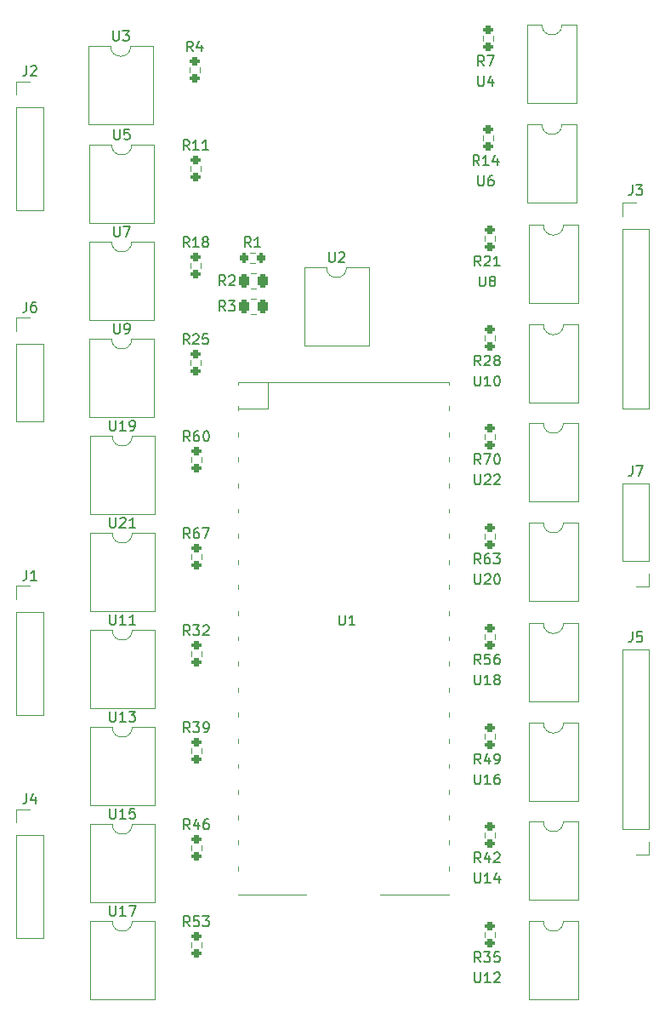
<source format=gto>
G04 #@! TF.GenerationSoftware,KiCad,Pcbnew,(6.0.0)*
G04 #@! TF.CreationDate,2022-08-19T14:16:46+02:00*
G04 #@! TF.ProjectId,top,746f702e-6b69-4636-9164-5f7063625858,rev?*
G04 #@! TF.SameCoordinates,Original*
G04 #@! TF.FileFunction,Legend,Top*
G04 #@! TF.FilePolarity,Positive*
%FSLAX46Y46*%
G04 Gerber Fmt 4.6, Leading zero omitted, Abs format (unit mm)*
G04 Created by KiCad (PCBNEW (6.0.0)) date 2022-08-19 14:16:46*
%MOMM*%
%LPD*%
G01*
G04 APERTURE LIST*
G04 Aperture macros list*
%AMRoundRect*
0 Rectangle with rounded corners*
0 $1 Rounding radius*
0 $2 $3 $4 $5 $6 $7 $8 $9 X,Y pos of 4 corners*
0 Add a 4 corners polygon primitive as box body*
4,1,4,$2,$3,$4,$5,$6,$7,$8,$9,$2,$3,0*
0 Add four circle primitives for the rounded corners*
1,1,$1+$1,$2,$3*
1,1,$1+$1,$4,$5*
1,1,$1+$1,$6,$7*
1,1,$1+$1,$8,$9*
0 Add four rect primitives between the rounded corners*
20,1,$1+$1,$2,$3,$4,$5,0*
20,1,$1+$1,$4,$5,$6,$7,0*
20,1,$1+$1,$6,$7,$8,$9,0*
20,1,$1+$1,$8,$9,$2,$3,0*%
G04 Aperture macros list end*
%ADD10C,0.150000*%
%ADD11C,0.120000*%
%ADD12R,2.000000X1.780000*%
%ADD13RoundRect,0.200000X0.275000X-0.200000X0.275000X0.200000X-0.275000X0.200000X-0.275000X-0.200000X0*%
%ADD14R,1.700000X1.700000*%
%ADD15O,1.700000X1.700000*%
%ADD16RoundRect,0.250000X-0.262500X-0.450000X0.262500X-0.450000X0.262500X0.450000X-0.262500X0.450000X0*%
%ADD17RoundRect,0.200000X0.200000X0.275000X-0.200000X0.275000X-0.200000X-0.275000X0.200000X-0.275000X0*%
G04 APERTURE END LIST*
D10*
X119573095Y-70782380D02*
X119573095Y-71591904D01*
X119620714Y-71687142D01*
X119668333Y-71734761D01*
X119763571Y-71782380D01*
X119954047Y-71782380D01*
X120049285Y-71734761D01*
X120096904Y-71687142D01*
X120144523Y-71591904D01*
X120144523Y-70782380D01*
X120525476Y-70782380D02*
X121192142Y-70782380D01*
X120763571Y-71782380D01*
X155805595Y-65746380D02*
X155805595Y-66555904D01*
X155853214Y-66651142D01*
X155900833Y-66698761D01*
X155996071Y-66746380D01*
X156186547Y-66746380D01*
X156281785Y-66698761D01*
X156329404Y-66651142D01*
X156377023Y-66555904D01*
X156377023Y-65746380D01*
X157281785Y-65746380D02*
X157091309Y-65746380D01*
X156996071Y-65794000D01*
X156948452Y-65841619D01*
X156853214Y-65984476D01*
X156805595Y-66174952D01*
X156805595Y-66555904D01*
X156853214Y-66651142D01*
X156900833Y-66698761D01*
X156996071Y-66746380D01*
X157186547Y-66746380D01*
X157281785Y-66698761D01*
X157329404Y-66651142D01*
X157377023Y-66555904D01*
X157377023Y-66317809D01*
X157329404Y-66222571D01*
X157281785Y-66174952D01*
X157186547Y-66127333D01*
X156996071Y-66127333D01*
X156900833Y-66174952D01*
X156853214Y-66222571D01*
X156805595Y-66317809D01*
X119573095Y-80434380D02*
X119573095Y-81243904D01*
X119620714Y-81339142D01*
X119668333Y-81386761D01*
X119763571Y-81434380D01*
X119954047Y-81434380D01*
X120049285Y-81386761D01*
X120096904Y-81339142D01*
X120144523Y-81243904D01*
X120144523Y-80434380D01*
X120668333Y-81434380D02*
X120858809Y-81434380D01*
X120954047Y-81386761D01*
X121001666Y-81339142D01*
X121096904Y-81196285D01*
X121144523Y-81005809D01*
X121144523Y-80624857D01*
X121096904Y-80529619D01*
X121049285Y-80482000D01*
X120954047Y-80434380D01*
X120763571Y-80434380D01*
X120668333Y-80482000D01*
X120620714Y-80529619D01*
X120573095Y-80624857D01*
X120573095Y-80862952D01*
X120620714Y-80958190D01*
X120668333Y-81005809D01*
X120763571Y-81053428D01*
X120954047Y-81053428D01*
X121049285Y-81005809D01*
X121096904Y-80958190D01*
X121144523Y-80862952D01*
X119573095Y-61130380D02*
X119573095Y-61939904D01*
X119620714Y-62035142D01*
X119668333Y-62082761D01*
X119763571Y-62130380D01*
X119954047Y-62130380D01*
X120049285Y-62082761D01*
X120096904Y-62035142D01*
X120144523Y-61939904D01*
X120144523Y-61130380D01*
X121096904Y-61130380D02*
X120620714Y-61130380D01*
X120573095Y-61606571D01*
X120620714Y-61558952D01*
X120715952Y-61511333D01*
X120954047Y-61511333D01*
X121049285Y-61558952D01*
X121096904Y-61606571D01*
X121144523Y-61701809D01*
X121144523Y-61939904D01*
X121096904Y-62035142D01*
X121049285Y-62082761D01*
X120954047Y-62130380D01*
X120715952Y-62130380D01*
X120620714Y-62082761D01*
X120573095Y-62035142D01*
X156075142Y-84629880D02*
X155741809Y-84153690D01*
X155503714Y-84629880D02*
X155503714Y-83629880D01*
X155884666Y-83629880D01*
X155979904Y-83677500D01*
X156027523Y-83725119D01*
X156075142Y-83820357D01*
X156075142Y-83963214D01*
X156027523Y-84058452D01*
X155979904Y-84106071D01*
X155884666Y-84153690D01*
X155503714Y-84153690D01*
X156456095Y-83725119D02*
X156503714Y-83677500D01*
X156598952Y-83629880D01*
X156837047Y-83629880D01*
X156932285Y-83677500D01*
X156979904Y-83725119D01*
X157027523Y-83820357D01*
X157027523Y-83915595D01*
X156979904Y-84058452D01*
X156408476Y-84629880D01*
X157027523Y-84629880D01*
X157598952Y-84058452D02*
X157503714Y-84010833D01*
X157456095Y-83963214D01*
X157408476Y-83867976D01*
X157408476Y-83820357D01*
X157456095Y-83725119D01*
X157503714Y-83677500D01*
X157598952Y-83629880D01*
X157789428Y-83629880D01*
X157884666Y-83677500D01*
X157932285Y-83725119D01*
X157979904Y-83820357D01*
X157979904Y-83867976D01*
X157932285Y-83963214D01*
X157884666Y-84010833D01*
X157789428Y-84058452D01*
X157598952Y-84058452D01*
X157503714Y-84106071D01*
X157456095Y-84153690D01*
X157408476Y-84248928D01*
X157408476Y-84439404D01*
X157456095Y-84534642D01*
X157503714Y-84582261D01*
X157598952Y-84629880D01*
X157789428Y-84629880D01*
X157884666Y-84582261D01*
X157932285Y-84534642D01*
X157979904Y-84439404D01*
X157979904Y-84248928D01*
X157932285Y-84153690D01*
X157884666Y-84106071D01*
X157789428Y-84058452D01*
X110854666Y-78310380D02*
X110854666Y-79024666D01*
X110807047Y-79167523D01*
X110711809Y-79262761D01*
X110568952Y-79310380D01*
X110473714Y-79310380D01*
X111759428Y-78310380D02*
X111568952Y-78310380D01*
X111473714Y-78358000D01*
X111426095Y-78405619D01*
X111330857Y-78548476D01*
X111283238Y-78738952D01*
X111283238Y-79119904D01*
X111330857Y-79215142D01*
X111378476Y-79262761D01*
X111473714Y-79310380D01*
X111664190Y-79310380D01*
X111759428Y-79262761D01*
X111807047Y-79215142D01*
X111854666Y-79119904D01*
X111854666Y-78881809D01*
X111807047Y-78786571D01*
X111759428Y-78738952D01*
X111664190Y-78691333D01*
X111473714Y-78691333D01*
X111378476Y-78738952D01*
X111330857Y-78786571D01*
X111283238Y-78881809D01*
X119157904Y-138346380D02*
X119157904Y-139155904D01*
X119205523Y-139251142D01*
X119253142Y-139298761D01*
X119348380Y-139346380D01*
X119538857Y-139346380D01*
X119634095Y-139298761D01*
X119681714Y-139251142D01*
X119729333Y-139155904D01*
X119729333Y-138346380D01*
X120729333Y-139346380D02*
X120157904Y-139346380D01*
X120443619Y-139346380D02*
X120443619Y-138346380D01*
X120348380Y-138489238D01*
X120253142Y-138584476D01*
X120157904Y-138632095D01*
X121062666Y-138346380D02*
X121729333Y-138346380D01*
X121300761Y-139346380D01*
X155479904Y-135088380D02*
X155479904Y-135897904D01*
X155527523Y-135993142D01*
X155575142Y-136040761D01*
X155670380Y-136088380D01*
X155860857Y-136088380D01*
X155956095Y-136040761D01*
X156003714Y-135993142D01*
X156051333Y-135897904D01*
X156051333Y-135088380D01*
X157051333Y-136088380D02*
X156479904Y-136088380D01*
X156765619Y-136088380D02*
X156765619Y-135088380D01*
X156670380Y-135231238D01*
X156575142Y-135326476D01*
X156479904Y-135374095D01*
X157908476Y-135421714D02*
X157908476Y-136088380D01*
X157670380Y-135040761D02*
X157432285Y-135755047D01*
X158051333Y-135755047D01*
X155924642Y-64714380D02*
X155591309Y-64238190D01*
X155353214Y-64714380D02*
X155353214Y-63714380D01*
X155734166Y-63714380D01*
X155829404Y-63762000D01*
X155877023Y-63809619D01*
X155924642Y-63904857D01*
X155924642Y-64047714D01*
X155877023Y-64142952D01*
X155829404Y-64190571D01*
X155734166Y-64238190D01*
X155353214Y-64238190D01*
X156877023Y-64714380D02*
X156305595Y-64714380D01*
X156591309Y-64714380D02*
X156591309Y-63714380D01*
X156496071Y-63857238D01*
X156400833Y-63952476D01*
X156305595Y-64000095D01*
X157734166Y-64047714D02*
X157734166Y-64714380D01*
X157496071Y-63666761D02*
X157257976Y-64381047D01*
X157877023Y-64381047D01*
X155479904Y-105370380D02*
X155479904Y-106179904D01*
X155527523Y-106275142D01*
X155575142Y-106322761D01*
X155670380Y-106370380D01*
X155860857Y-106370380D01*
X155956095Y-106322761D01*
X156003714Y-106275142D01*
X156051333Y-106179904D01*
X156051333Y-105370380D01*
X156479904Y-105465619D02*
X156527523Y-105418000D01*
X156622761Y-105370380D01*
X156860857Y-105370380D01*
X156956095Y-105418000D01*
X157003714Y-105465619D01*
X157051333Y-105560857D01*
X157051333Y-105656095D01*
X157003714Y-105798952D01*
X156432285Y-106370380D01*
X157051333Y-106370380D01*
X157670380Y-105370380D02*
X157765619Y-105370380D01*
X157860857Y-105418000D01*
X157908476Y-105465619D01*
X157956095Y-105560857D01*
X158003714Y-105751333D01*
X158003714Y-105989428D01*
X157956095Y-106179904D01*
X157908476Y-106275142D01*
X157860857Y-106322761D01*
X157765619Y-106370380D01*
X157670380Y-106370380D01*
X157575142Y-106322761D01*
X157527523Y-106275142D01*
X157479904Y-106179904D01*
X157432285Y-105989428D01*
X157432285Y-105751333D01*
X157479904Y-105560857D01*
X157527523Y-105465619D01*
X157575142Y-105418000D01*
X157670380Y-105370380D01*
X141986095Y-109442380D02*
X141986095Y-110251904D01*
X142033714Y-110347142D01*
X142081333Y-110394761D01*
X142176571Y-110442380D01*
X142367047Y-110442380D01*
X142462285Y-110394761D01*
X142509904Y-110347142D01*
X142557523Y-110251904D01*
X142557523Y-109442380D01*
X143557523Y-110442380D02*
X142986095Y-110442380D01*
X143271809Y-110442380D02*
X143271809Y-109442380D01*
X143176571Y-109585238D01*
X143081333Y-109680476D01*
X142986095Y-109728095D01*
X119157904Y-99738380D02*
X119157904Y-100547904D01*
X119205523Y-100643142D01*
X119253142Y-100690761D01*
X119348380Y-100738380D01*
X119538857Y-100738380D01*
X119634095Y-100690761D01*
X119681714Y-100643142D01*
X119729333Y-100547904D01*
X119729333Y-99738380D01*
X120157904Y-99833619D02*
X120205523Y-99786000D01*
X120300761Y-99738380D01*
X120538857Y-99738380D01*
X120634095Y-99786000D01*
X120681714Y-99833619D01*
X120729333Y-99928857D01*
X120729333Y-100024095D01*
X120681714Y-100166952D01*
X120110285Y-100738380D01*
X120729333Y-100738380D01*
X121681714Y-100738380D02*
X121110285Y-100738380D01*
X121396000Y-100738380D02*
X121396000Y-99738380D01*
X121300761Y-99881238D01*
X121205523Y-99976476D01*
X121110285Y-100024095D01*
X130643333Y-76652380D02*
X130310000Y-76176190D01*
X130071904Y-76652380D02*
X130071904Y-75652380D01*
X130452857Y-75652380D01*
X130548095Y-75700000D01*
X130595714Y-75747619D01*
X130643333Y-75842857D01*
X130643333Y-75985714D01*
X130595714Y-76080952D01*
X130548095Y-76128571D01*
X130452857Y-76176190D01*
X130071904Y-76176190D01*
X131024285Y-75747619D02*
X131071904Y-75700000D01*
X131167142Y-75652380D01*
X131405238Y-75652380D01*
X131500476Y-75700000D01*
X131548095Y-75747619D01*
X131595714Y-75842857D01*
X131595714Y-75938095D01*
X131548095Y-76080952D01*
X130976666Y-76652380D01*
X131595714Y-76652380D01*
X156400833Y-54808380D02*
X156067500Y-54332190D01*
X155829404Y-54808380D02*
X155829404Y-53808380D01*
X156210357Y-53808380D01*
X156305595Y-53856000D01*
X156353214Y-53903619D01*
X156400833Y-53998857D01*
X156400833Y-54141714D01*
X156353214Y-54236952D01*
X156305595Y-54284571D01*
X156210357Y-54332190D01*
X155829404Y-54332190D01*
X156734166Y-53808380D02*
X157400833Y-53808380D01*
X156972261Y-54808380D01*
X127058142Y-72842380D02*
X126724809Y-72366190D01*
X126486714Y-72842380D02*
X126486714Y-71842380D01*
X126867666Y-71842380D01*
X126962904Y-71890000D01*
X127010523Y-71937619D01*
X127058142Y-72032857D01*
X127058142Y-72175714D01*
X127010523Y-72270952D01*
X126962904Y-72318571D01*
X126867666Y-72366190D01*
X126486714Y-72366190D01*
X128010523Y-72842380D02*
X127439095Y-72842380D01*
X127724809Y-72842380D02*
X127724809Y-71842380D01*
X127629571Y-71985238D01*
X127534333Y-72080476D01*
X127439095Y-72128095D01*
X128581952Y-72270952D02*
X128486714Y-72223333D01*
X128439095Y-72175714D01*
X128391476Y-72080476D01*
X128391476Y-72032857D01*
X128439095Y-71937619D01*
X128486714Y-71890000D01*
X128581952Y-71842380D01*
X128772428Y-71842380D01*
X128867666Y-71890000D01*
X128915285Y-71937619D01*
X128962904Y-72032857D01*
X128962904Y-72080476D01*
X128915285Y-72175714D01*
X128867666Y-72223333D01*
X128772428Y-72270952D01*
X128581952Y-72270952D01*
X128486714Y-72318571D01*
X128439095Y-72366190D01*
X128391476Y-72461428D01*
X128391476Y-72651904D01*
X128439095Y-72747142D01*
X128486714Y-72794761D01*
X128581952Y-72842380D01*
X128772428Y-72842380D01*
X128867666Y-72794761D01*
X128915285Y-72747142D01*
X128962904Y-72651904D01*
X128962904Y-72461428D01*
X128915285Y-72366190D01*
X128867666Y-72318571D01*
X128772428Y-72270952D01*
X155479904Y-125285880D02*
X155479904Y-126095404D01*
X155527523Y-126190642D01*
X155575142Y-126238261D01*
X155670380Y-126285880D01*
X155860857Y-126285880D01*
X155956095Y-126238261D01*
X156003714Y-126190642D01*
X156051333Y-126095404D01*
X156051333Y-125285880D01*
X157051333Y-126285880D02*
X156479904Y-126285880D01*
X156765619Y-126285880D02*
X156765619Y-125285880D01*
X156670380Y-125428738D01*
X156575142Y-125523976D01*
X156479904Y-125571595D01*
X157908476Y-125285880D02*
X157718000Y-125285880D01*
X157622761Y-125333500D01*
X157575142Y-125381119D01*
X157479904Y-125523976D01*
X157432285Y-125714452D01*
X157432285Y-126095404D01*
X157479904Y-126190642D01*
X157527523Y-126238261D01*
X157622761Y-126285880D01*
X157813238Y-126285880D01*
X157908476Y-126238261D01*
X157956095Y-126190642D01*
X158003714Y-126095404D01*
X158003714Y-125857309D01*
X157956095Y-125762071D01*
X157908476Y-125714452D01*
X157813238Y-125666833D01*
X157622761Y-125666833D01*
X157527523Y-125714452D01*
X157479904Y-125762071D01*
X157432285Y-125857309D01*
X110854666Y-127205380D02*
X110854666Y-127919666D01*
X110807047Y-128062523D01*
X110711809Y-128157761D01*
X110568952Y-128205380D01*
X110473714Y-128205380D01*
X111759428Y-127538714D02*
X111759428Y-128205380D01*
X111521333Y-127157761D02*
X111283238Y-127872047D01*
X111902285Y-127872047D01*
X155805595Y-55840380D02*
X155805595Y-56649904D01*
X155853214Y-56745142D01*
X155900833Y-56792761D01*
X155996071Y-56840380D01*
X156186547Y-56840380D01*
X156281785Y-56792761D01*
X156329404Y-56745142D01*
X156377023Y-56649904D01*
X156377023Y-55840380D01*
X157281785Y-56173714D02*
X157281785Y-56840380D01*
X157043690Y-55792761D02*
X156805595Y-56507047D01*
X157424642Y-56507047D01*
X119157904Y-128694380D02*
X119157904Y-129503904D01*
X119205523Y-129599142D01*
X119253142Y-129646761D01*
X119348380Y-129694380D01*
X119538857Y-129694380D01*
X119634095Y-129646761D01*
X119681714Y-129599142D01*
X119729333Y-129503904D01*
X119729333Y-128694380D01*
X120729333Y-129694380D02*
X120157904Y-129694380D01*
X120443619Y-129694380D02*
X120443619Y-128694380D01*
X120348380Y-128837238D01*
X120253142Y-128932476D01*
X120157904Y-128980095D01*
X121634095Y-128694380D02*
X121157904Y-128694380D01*
X121110285Y-129170571D01*
X121157904Y-129122952D01*
X121253142Y-129075333D01*
X121491238Y-129075333D01*
X121586476Y-129122952D01*
X121634095Y-129170571D01*
X121681714Y-129265809D01*
X121681714Y-129503904D01*
X121634095Y-129599142D01*
X121586476Y-129646761D01*
X121491238Y-129694380D01*
X121253142Y-129694380D01*
X121157904Y-129646761D01*
X121110285Y-129599142D01*
X156075142Y-114347880D02*
X155741809Y-113871690D01*
X155503714Y-114347880D02*
X155503714Y-113347880D01*
X155884666Y-113347880D01*
X155979904Y-113395500D01*
X156027523Y-113443119D01*
X156075142Y-113538357D01*
X156075142Y-113681214D01*
X156027523Y-113776452D01*
X155979904Y-113824071D01*
X155884666Y-113871690D01*
X155503714Y-113871690D01*
X156979904Y-113347880D02*
X156503714Y-113347880D01*
X156456095Y-113824071D01*
X156503714Y-113776452D01*
X156598952Y-113728833D01*
X156837047Y-113728833D01*
X156932285Y-113776452D01*
X156979904Y-113824071D01*
X157027523Y-113919309D01*
X157027523Y-114157404D01*
X156979904Y-114252642D01*
X156932285Y-114300261D01*
X156837047Y-114347880D01*
X156598952Y-114347880D01*
X156503714Y-114300261D01*
X156456095Y-114252642D01*
X157884666Y-113347880D02*
X157694190Y-113347880D01*
X157598952Y-113395500D01*
X157551333Y-113443119D01*
X157456095Y-113585976D01*
X157408476Y-113776452D01*
X157408476Y-114157404D01*
X157456095Y-114252642D01*
X157503714Y-114300261D01*
X157598952Y-114347880D01*
X157789428Y-114347880D01*
X157884666Y-114300261D01*
X157932285Y-114252642D01*
X157979904Y-114157404D01*
X157979904Y-113919309D01*
X157932285Y-113824071D01*
X157884666Y-113776452D01*
X157789428Y-113728833D01*
X157598952Y-113728833D01*
X157503714Y-113776452D01*
X157456095Y-113824071D01*
X157408476Y-113919309D01*
X130643333Y-79192380D02*
X130310000Y-78716190D01*
X130071904Y-79192380D02*
X130071904Y-78192380D01*
X130452857Y-78192380D01*
X130548095Y-78240000D01*
X130595714Y-78287619D01*
X130643333Y-78382857D01*
X130643333Y-78525714D01*
X130595714Y-78620952D01*
X130548095Y-78668571D01*
X130452857Y-78716190D01*
X130071904Y-78716190D01*
X130976666Y-78192380D02*
X131595714Y-78192380D01*
X131262380Y-78573333D01*
X131405238Y-78573333D01*
X131500476Y-78620952D01*
X131548095Y-78668571D01*
X131595714Y-78763809D01*
X131595714Y-79001904D01*
X131548095Y-79097142D01*
X131500476Y-79144761D01*
X131405238Y-79192380D01*
X131119523Y-79192380D01*
X131024285Y-79144761D01*
X130976666Y-79097142D01*
X127119142Y-92146380D02*
X126785809Y-91670190D01*
X126547714Y-92146380D02*
X126547714Y-91146380D01*
X126928666Y-91146380D01*
X127023904Y-91194000D01*
X127071523Y-91241619D01*
X127119142Y-91336857D01*
X127119142Y-91479714D01*
X127071523Y-91574952D01*
X127023904Y-91622571D01*
X126928666Y-91670190D01*
X126547714Y-91670190D01*
X127976285Y-91146380D02*
X127785809Y-91146380D01*
X127690571Y-91194000D01*
X127642952Y-91241619D01*
X127547714Y-91384476D01*
X127500095Y-91574952D01*
X127500095Y-91955904D01*
X127547714Y-92051142D01*
X127595333Y-92098761D01*
X127690571Y-92146380D01*
X127881047Y-92146380D01*
X127976285Y-92098761D01*
X128023904Y-92051142D01*
X128071523Y-91955904D01*
X128071523Y-91717809D01*
X128023904Y-91622571D01*
X127976285Y-91574952D01*
X127881047Y-91527333D01*
X127690571Y-91527333D01*
X127595333Y-91574952D01*
X127547714Y-91622571D01*
X127500095Y-91717809D01*
X128690571Y-91146380D02*
X128785809Y-91146380D01*
X128881047Y-91194000D01*
X128928666Y-91241619D01*
X128976285Y-91336857D01*
X129023904Y-91527333D01*
X129023904Y-91765428D01*
X128976285Y-91955904D01*
X128928666Y-92051142D01*
X128881047Y-92098761D01*
X128785809Y-92146380D01*
X128690571Y-92146380D01*
X128595333Y-92098761D01*
X128547714Y-92051142D01*
X128500095Y-91955904D01*
X128452476Y-91765428D01*
X128452476Y-91527333D01*
X128500095Y-91336857D01*
X128547714Y-91241619D01*
X128595333Y-91194000D01*
X128690571Y-91146380D01*
X156075142Y-94432380D02*
X155741809Y-93956190D01*
X155503714Y-94432380D02*
X155503714Y-93432380D01*
X155884666Y-93432380D01*
X155979904Y-93480000D01*
X156027523Y-93527619D01*
X156075142Y-93622857D01*
X156075142Y-93765714D01*
X156027523Y-93860952D01*
X155979904Y-93908571D01*
X155884666Y-93956190D01*
X155503714Y-93956190D01*
X156408476Y-93432380D02*
X157075142Y-93432380D01*
X156646571Y-94432380D01*
X157646571Y-93432380D02*
X157741809Y-93432380D01*
X157837047Y-93480000D01*
X157884666Y-93527619D01*
X157932285Y-93622857D01*
X157979904Y-93813333D01*
X157979904Y-94051428D01*
X157932285Y-94241904D01*
X157884666Y-94337142D01*
X157837047Y-94384761D01*
X157741809Y-94432380D01*
X157646571Y-94432380D01*
X157551333Y-94384761D01*
X157503714Y-94337142D01*
X157456095Y-94241904D01*
X157408476Y-94051428D01*
X157408476Y-93813333D01*
X157456095Y-93622857D01*
X157503714Y-93527619D01*
X157551333Y-93480000D01*
X157646571Y-93432380D01*
X133183333Y-72842380D02*
X132850000Y-72366190D01*
X132611904Y-72842380D02*
X132611904Y-71842380D01*
X132992857Y-71842380D01*
X133088095Y-71890000D01*
X133135714Y-71937619D01*
X133183333Y-72032857D01*
X133183333Y-72175714D01*
X133135714Y-72270952D01*
X133088095Y-72318571D01*
X132992857Y-72366190D01*
X132611904Y-72366190D01*
X134135714Y-72842380D02*
X133564285Y-72842380D01*
X133850000Y-72842380D02*
X133850000Y-71842380D01*
X133754761Y-71985238D01*
X133659523Y-72080476D01*
X133564285Y-72128095D01*
X156075142Y-74723880D02*
X155741809Y-74247690D01*
X155503714Y-74723880D02*
X155503714Y-73723880D01*
X155884666Y-73723880D01*
X155979904Y-73771500D01*
X156027523Y-73819119D01*
X156075142Y-73914357D01*
X156075142Y-74057214D01*
X156027523Y-74152452D01*
X155979904Y-74200071D01*
X155884666Y-74247690D01*
X155503714Y-74247690D01*
X156456095Y-73819119D02*
X156503714Y-73771500D01*
X156598952Y-73723880D01*
X156837047Y-73723880D01*
X156932285Y-73771500D01*
X156979904Y-73819119D01*
X157027523Y-73914357D01*
X157027523Y-74009595D01*
X156979904Y-74152452D01*
X156408476Y-74723880D01*
X157027523Y-74723880D01*
X157979904Y-74723880D02*
X157408476Y-74723880D01*
X157694190Y-74723880D02*
X157694190Y-73723880D01*
X157598952Y-73866738D01*
X157503714Y-73961976D01*
X157408476Y-74009595D01*
X140970095Y-73322380D02*
X140970095Y-74131904D01*
X141017714Y-74227142D01*
X141065333Y-74274761D01*
X141160571Y-74322380D01*
X141351047Y-74322380D01*
X141446285Y-74274761D01*
X141493904Y-74227142D01*
X141541523Y-74131904D01*
X141541523Y-73322380D01*
X141970095Y-73417619D02*
X142017714Y-73370000D01*
X142112952Y-73322380D01*
X142351047Y-73322380D01*
X142446285Y-73370000D01*
X142493904Y-73417619D01*
X142541523Y-73512857D01*
X142541523Y-73608095D01*
X142493904Y-73750952D01*
X141922476Y-74322380D01*
X142541523Y-74322380D01*
X156075142Y-104338380D02*
X155741809Y-103862190D01*
X155503714Y-104338380D02*
X155503714Y-103338380D01*
X155884666Y-103338380D01*
X155979904Y-103386000D01*
X156027523Y-103433619D01*
X156075142Y-103528857D01*
X156075142Y-103671714D01*
X156027523Y-103766952D01*
X155979904Y-103814571D01*
X155884666Y-103862190D01*
X155503714Y-103862190D01*
X156932285Y-103338380D02*
X156741809Y-103338380D01*
X156646571Y-103386000D01*
X156598952Y-103433619D01*
X156503714Y-103576476D01*
X156456095Y-103766952D01*
X156456095Y-104147904D01*
X156503714Y-104243142D01*
X156551333Y-104290761D01*
X156646571Y-104338380D01*
X156837047Y-104338380D01*
X156932285Y-104290761D01*
X156979904Y-104243142D01*
X157027523Y-104147904D01*
X157027523Y-103909809D01*
X156979904Y-103814571D01*
X156932285Y-103766952D01*
X156837047Y-103719333D01*
X156646571Y-103719333D01*
X156551333Y-103766952D01*
X156503714Y-103814571D01*
X156456095Y-103909809D01*
X157360857Y-103338380D02*
X157979904Y-103338380D01*
X157646571Y-103719333D01*
X157789428Y-103719333D01*
X157884666Y-103766952D01*
X157932285Y-103814571D01*
X157979904Y-103909809D01*
X157979904Y-104147904D01*
X157932285Y-104243142D01*
X157884666Y-104290761D01*
X157789428Y-104338380D01*
X157503714Y-104338380D01*
X157408476Y-104290761D01*
X157360857Y-104243142D01*
X155956095Y-75755880D02*
X155956095Y-76565404D01*
X156003714Y-76660642D01*
X156051333Y-76708261D01*
X156146571Y-76755880D01*
X156337047Y-76755880D01*
X156432285Y-76708261D01*
X156479904Y-76660642D01*
X156527523Y-76565404D01*
X156527523Y-75755880D01*
X157146571Y-76184452D02*
X157051333Y-76136833D01*
X157003714Y-76089214D01*
X156956095Y-75993976D01*
X156956095Y-75946357D01*
X157003714Y-75851119D01*
X157051333Y-75803500D01*
X157146571Y-75755880D01*
X157337047Y-75755880D01*
X157432285Y-75803500D01*
X157479904Y-75851119D01*
X157527523Y-75946357D01*
X157527523Y-75993976D01*
X157479904Y-76089214D01*
X157432285Y-76136833D01*
X157337047Y-76184452D01*
X157146571Y-76184452D01*
X157051333Y-76232071D01*
X157003714Y-76279690D01*
X156956095Y-76374928D01*
X156956095Y-76565404D01*
X157003714Y-76660642D01*
X157051333Y-76708261D01*
X157146571Y-76755880D01*
X157337047Y-76755880D01*
X157432285Y-76708261D01*
X157479904Y-76660642D01*
X157527523Y-76565404D01*
X157527523Y-76374928D01*
X157479904Y-76279690D01*
X157432285Y-76232071D01*
X157337047Y-76184452D01*
X127058142Y-82494380D02*
X126724809Y-82018190D01*
X126486714Y-82494380D02*
X126486714Y-81494380D01*
X126867666Y-81494380D01*
X126962904Y-81542000D01*
X127010523Y-81589619D01*
X127058142Y-81684857D01*
X127058142Y-81827714D01*
X127010523Y-81922952D01*
X126962904Y-81970571D01*
X126867666Y-82018190D01*
X126486714Y-82018190D01*
X127439095Y-81589619D02*
X127486714Y-81542000D01*
X127581952Y-81494380D01*
X127820047Y-81494380D01*
X127915285Y-81542000D01*
X127962904Y-81589619D01*
X128010523Y-81684857D01*
X128010523Y-81780095D01*
X127962904Y-81922952D01*
X127391476Y-82494380D01*
X128010523Y-82494380D01*
X128915285Y-81494380D02*
X128439095Y-81494380D01*
X128391476Y-81970571D01*
X128439095Y-81922952D01*
X128534333Y-81875333D01*
X128772428Y-81875333D01*
X128867666Y-81922952D01*
X128915285Y-81970571D01*
X128962904Y-82065809D01*
X128962904Y-82303904D01*
X128915285Y-82399142D01*
X128867666Y-82446761D01*
X128772428Y-82494380D01*
X128534333Y-82494380D01*
X128439095Y-82446761D01*
X128391476Y-82399142D01*
X127058142Y-63190380D02*
X126724809Y-62714190D01*
X126486714Y-63190380D02*
X126486714Y-62190380D01*
X126867666Y-62190380D01*
X126962904Y-62238000D01*
X127010523Y-62285619D01*
X127058142Y-62380857D01*
X127058142Y-62523714D01*
X127010523Y-62618952D01*
X126962904Y-62666571D01*
X126867666Y-62714190D01*
X126486714Y-62714190D01*
X128010523Y-63190380D02*
X127439095Y-63190380D01*
X127724809Y-63190380D02*
X127724809Y-62190380D01*
X127629571Y-62333238D01*
X127534333Y-62428476D01*
X127439095Y-62476095D01*
X128962904Y-63190380D02*
X128391476Y-63190380D01*
X128677190Y-63190380D02*
X128677190Y-62190380D01*
X128581952Y-62333238D01*
X128486714Y-62428476D01*
X128391476Y-62476095D01*
X127119142Y-130754380D02*
X126785809Y-130278190D01*
X126547714Y-130754380D02*
X126547714Y-129754380D01*
X126928666Y-129754380D01*
X127023904Y-129802000D01*
X127071523Y-129849619D01*
X127119142Y-129944857D01*
X127119142Y-130087714D01*
X127071523Y-130182952D01*
X127023904Y-130230571D01*
X126928666Y-130278190D01*
X126547714Y-130278190D01*
X127976285Y-130087714D02*
X127976285Y-130754380D01*
X127738190Y-129706761D02*
X127500095Y-130421047D01*
X128119142Y-130421047D01*
X128928666Y-129754380D02*
X128738190Y-129754380D01*
X128642952Y-129802000D01*
X128595333Y-129849619D01*
X128500095Y-129992476D01*
X128452476Y-130182952D01*
X128452476Y-130563904D01*
X128500095Y-130659142D01*
X128547714Y-130706761D01*
X128642952Y-130754380D01*
X128833428Y-130754380D01*
X128928666Y-130706761D01*
X128976285Y-130659142D01*
X129023904Y-130563904D01*
X129023904Y-130325809D01*
X128976285Y-130230571D01*
X128928666Y-130182952D01*
X128833428Y-130135333D01*
X128642952Y-130135333D01*
X128547714Y-130182952D01*
X128500095Y-130230571D01*
X128452476Y-130325809D01*
X127436833Y-53379880D02*
X127103500Y-52903690D01*
X126865404Y-53379880D02*
X126865404Y-52379880D01*
X127246357Y-52379880D01*
X127341595Y-52427500D01*
X127389214Y-52475119D01*
X127436833Y-52570357D01*
X127436833Y-52713214D01*
X127389214Y-52808452D01*
X127341595Y-52856071D01*
X127246357Y-52903690D01*
X126865404Y-52903690D01*
X128293976Y-52713214D02*
X128293976Y-53379880D01*
X128055880Y-52332261D02*
X127817785Y-53046547D01*
X128436833Y-53046547D01*
X171179666Y-66670380D02*
X171179666Y-67384666D01*
X171132047Y-67527523D01*
X171036809Y-67622761D01*
X170893952Y-67670380D01*
X170798714Y-67670380D01*
X171560619Y-66670380D02*
X172179666Y-66670380D01*
X171846333Y-67051333D01*
X171989190Y-67051333D01*
X172084428Y-67098952D01*
X172132047Y-67146571D01*
X172179666Y-67241809D01*
X172179666Y-67479904D01*
X172132047Y-67575142D01*
X172084428Y-67622761D01*
X171989190Y-67670380D01*
X171703476Y-67670380D01*
X171608238Y-67622761D01*
X171560619Y-67575142D01*
X156075142Y-124253880D02*
X155741809Y-123777690D01*
X155503714Y-124253880D02*
X155503714Y-123253880D01*
X155884666Y-123253880D01*
X155979904Y-123301500D01*
X156027523Y-123349119D01*
X156075142Y-123444357D01*
X156075142Y-123587214D01*
X156027523Y-123682452D01*
X155979904Y-123730071D01*
X155884666Y-123777690D01*
X155503714Y-123777690D01*
X156932285Y-123587214D02*
X156932285Y-124253880D01*
X156694190Y-123206261D02*
X156456095Y-123920547D01*
X157075142Y-123920547D01*
X157503714Y-124253880D02*
X157694190Y-124253880D01*
X157789428Y-124206261D01*
X157837047Y-124158642D01*
X157932285Y-124015785D01*
X157979904Y-123825309D01*
X157979904Y-123444357D01*
X157932285Y-123349119D01*
X157884666Y-123301500D01*
X157789428Y-123253880D01*
X157598952Y-123253880D01*
X157503714Y-123301500D01*
X157456095Y-123349119D01*
X157408476Y-123444357D01*
X157408476Y-123682452D01*
X157456095Y-123777690D01*
X157503714Y-123825309D01*
X157598952Y-123872928D01*
X157789428Y-123872928D01*
X157884666Y-123825309D01*
X157932285Y-123777690D01*
X157979904Y-123682452D01*
X155479904Y-144994380D02*
X155479904Y-145803904D01*
X155527523Y-145899142D01*
X155575142Y-145946761D01*
X155670380Y-145994380D01*
X155860857Y-145994380D01*
X155956095Y-145946761D01*
X156003714Y-145899142D01*
X156051333Y-145803904D01*
X156051333Y-144994380D01*
X157051333Y-145994380D02*
X156479904Y-145994380D01*
X156765619Y-145994380D02*
X156765619Y-144994380D01*
X156670380Y-145137238D01*
X156575142Y-145232476D01*
X156479904Y-145280095D01*
X157432285Y-145089619D02*
X157479904Y-145042000D01*
X157575142Y-144994380D01*
X157813238Y-144994380D01*
X157908476Y-145042000D01*
X157956095Y-145089619D01*
X158003714Y-145184857D01*
X158003714Y-145280095D01*
X157956095Y-145422952D01*
X157384666Y-145994380D01*
X158003714Y-145994380D01*
X171179666Y-111120380D02*
X171179666Y-111834666D01*
X171132047Y-111977523D01*
X171036809Y-112072761D01*
X170893952Y-112120380D01*
X170798714Y-112120380D01*
X172132047Y-111120380D02*
X171655857Y-111120380D01*
X171608238Y-111596571D01*
X171655857Y-111548952D01*
X171751095Y-111501333D01*
X171989190Y-111501333D01*
X172084428Y-111548952D01*
X172132047Y-111596571D01*
X172179666Y-111691809D01*
X172179666Y-111929904D01*
X172132047Y-112025142D01*
X172084428Y-112072761D01*
X171989190Y-112120380D01*
X171751095Y-112120380D01*
X171655857Y-112072761D01*
X171608238Y-112025142D01*
X155479904Y-115379880D02*
X155479904Y-116189404D01*
X155527523Y-116284642D01*
X155575142Y-116332261D01*
X155670380Y-116379880D01*
X155860857Y-116379880D01*
X155956095Y-116332261D01*
X156003714Y-116284642D01*
X156051333Y-116189404D01*
X156051333Y-115379880D01*
X157051333Y-116379880D02*
X156479904Y-116379880D01*
X156765619Y-116379880D02*
X156765619Y-115379880D01*
X156670380Y-115522738D01*
X156575142Y-115617976D01*
X156479904Y-115665595D01*
X157622761Y-115808452D02*
X157527523Y-115760833D01*
X157479904Y-115713214D01*
X157432285Y-115617976D01*
X157432285Y-115570357D01*
X157479904Y-115475119D01*
X157527523Y-115427500D01*
X157622761Y-115379880D01*
X157813238Y-115379880D01*
X157908476Y-115427500D01*
X157956095Y-115475119D01*
X158003714Y-115570357D01*
X158003714Y-115617976D01*
X157956095Y-115713214D01*
X157908476Y-115760833D01*
X157813238Y-115808452D01*
X157622761Y-115808452D01*
X157527523Y-115856071D01*
X157479904Y-115903690D01*
X157432285Y-115998928D01*
X157432285Y-116189404D01*
X157479904Y-116284642D01*
X157527523Y-116332261D01*
X157622761Y-116379880D01*
X157813238Y-116379880D01*
X157908476Y-116332261D01*
X157956095Y-116284642D01*
X158003714Y-116189404D01*
X158003714Y-115998928D01*
X157956095Y-115903690D01*
X157908476Y-115856071D01*
X157813238Y-115808452D01*
X119157904Y-90086380D02*
X119157904Y-90895904D01*
X119205523Y-90991142D01*
X119253142Y-91038761D01*
X119348380Y-91086380D01*
X119538857Y-91086380D01*
X119634095Y-91038761D01*
X119681714Y-90991142D01*
X119729333Y-90895904D01*
X119729333Y-90086380D01*
X120729333Y-91086380D02*
X120157904Y-91086380D01*
X120443619Y-91086380D02*
X120443619Y-90086380D01*
X120348380Y-90229238D01*
X120253142Y-90324476D01*
X120157904Y-90372095D01*
X121205523Y-91086380D02*
X121396000Y-91086380D01*
X121491238Y-91038761D01*
X121538857Y-90991142D01*
X121634095Y-90848285D01*
X121681714Y-90657809D01*
X121681714Y-90276857D01*
X121634095Y-90181619D01*
X121586476Y-90134000D01*
X121491238Y-90086380D01*
X121300761Y-90086380D01*
X121205523Y-90134000D01*
X121157904Y-90181619D01*
X121110285Y-90276857D01*
X121110285Y-90514952D01*
X121157904Y-90610190D01*
X121205523Y-90657809D01*
X121300761Y-90705428D01*
X121491238Y-90705428D01*
X121586476Y-90657809D01*
X121634095Y-90610190D01*
X121681714Y-90514952D01*
X127119142Y-140406380D02*
X126785809Y-139930190D01*
X126547714Y-140406380D02*
X126547714Y-139406380D01*
X126928666Y-139406380D01*
X127023904Y-139454000D01*
X127071523Y-139501619D01*
X127119142Y-139596857D01*
X127119142Y-139739714D01*
X127071523Y-139834952D01*
X127023904Y-139882571D01*
X126928666Y-139930190D01*
X126547714Y-139930190D01*
X128023904Y-139406380D02*
X127547714Y-139406380D01*
X127500095Y-139882571D01*
X127547714Y-139834952D01*
X127642952Y-139787333D01*
X127881047Y-139787333D01*
X127976285Y-139834952D01*
X128023904Y-139882571D01*
X128071523Y-139977809D01*
X128071523Y-140215904D01*
X128023904Y-140311142D01*
X127976285Y-140358761D01*
X127881047Y-140406380D01*
X127642952Y-140406380D01*
X127547714Y-140358761D01*
X127500095Y-140311142D01*
X128404857Y-139406380D02*
X129023904Y-139406380D01*
X128690571Y-139787333D01*
X128833428Y-139787333D01*
X128928666Y-139834952D01*
X128976285Y-139882571D01*
X129023904Y-139977809D01*
X129023904Y-140215904D01*
X128976285Y-140311142D01*
X128928666Y-140358761D01*
X128833428Y-140406380D01*
X128547714Y-140406380D01*
X128452476Y-140358761D01*
X128404857Y-140311142D01*
X110854666Y-54815380D02*
X110854666Y-55529666D01*
X110807047Y-55672523D01*
X110711809Y-55767761D01*
X110568952Y-55815380D01*
X110473714Y-55815380D01*
X111283238Y-54910619D02*
X111330857Y-54863000D01*
X111426095Y-54815380D01*
X111664190Y-54815380D01*
X111759428Y-54863000D01*
X111807047Y-54910619D01*
X111854666Y-55005857D01*
X111854666Y-55101095D01*
X111807047Y-55243952D01*
X111235619Y-55815380D01*
X111854666Y-55815380D01*
X127119142Y-111450380D02*
X126785809Y-110974190D01*
X126547714Y-111450380D02*
X126547714Y-110450380D01*
X126928666Y-110450380D01*
X127023904Y-110498000D01*
X127071523Y-110545619D01*
X127119142Y-110640857D01*
X127119142Y-110783714D01*
X127071523Y-110878952D01*
X127023904Y-110926571D01*
X126928666Y-110974190D01*
X126547714Y-110974190D01*
X127452476Y-110450380D02*
X128071523Y-110450380D01*
X127738190Y-110831333D01*
X127881047Y-110831333D01*
X127976285Y-110878952D01*
X128023904Y-110926571D01*
X128071523Y-111021809D01*
X128071523Y-111259904D01*
X128023904Y-111355142D01*
X127976285Y-111402761D01*
X127881047Y-111450380D01*
X127595333Y-111450380D01*
X127500095Y-111402761D01*
X127452476Y-111355142D01*
X128452476Y-110545619D02*
X128500095Y-110498000D01*
X128595333Y-110450380D01*
X128833428Y-110450380D01*
X128928666Y-110498000D01*
X128976285Y-110545619D01*
X129023904Y-110640857D01*
X129023904Y-110736095D01*
X128976285Y-110878952D01*
X128404857Y-111450380D01*
X129023904Y-111450380D01*
X119475595Y-51319880D02*
X119475595Y-52129404D01*
X119523214Y-52224642D01*
X119570833Y-52272261D01*
X119666071Y-52319880D01*
X119856547Y-52319880D01*
X119951785Y-52272261D01*
X119999404Y-52224642D01*
X120047023Y-52129404D01*
X120047023Y-51319880D01*
X120427976Y-51319880D02*
X121047023Y-51319880D01*
X120713690Y-51700833D01*
X120856547Y-51700833D01*
X120951785Y-51748452D01*
X120999404Y-51796071D01*
X121047023Y-51891309D01*
X121047023Y-52129404D01*
X120999404Y-52224642D01*
X120951785Y-52272261D01*
X120856547Y-52319880D01*
X120570833Y-52319880D01*
X120475595Y-52272261D01*
X120427976Y-52224642D01*
X155479904Y-85661880D02*
X155479904Y-86471404D01*
X155527523Y-86566642D01*
X155575142Y-86614261D01*
X155670380Y-86661880D01*
X155860857Y-86661880D01*
X155956095Y-86614261D01*
X156003714Y-86566642D01*
X156051333Y-86471404D01*
X156051333Y-85661880D01*
X157051333Y-86661880D02*
X156479904Y-86661880D01*
X156765619Y-86661880D02*
X156765619Y-85661880D01*
X156670380Y-85804738D01*
X156575142Y-85899976D01*
X156479904Y-85947595D01*
X157670380Y-85661880D02*
X157765619Y-85661880D01*
X157860857Y-85709500D01*
X157908476Y-85757119D01*
X157956095Y-85852357D01*
X158003714Y-86042833D01*
X158003714Y-86280928D01*
X157956095Y-86471404D01*
X157908476Y-86566642D01*
X157860857Y-86614261D01*
X157765619Y-86661880D01*
X157670380Y-86661880D01*
X157575142Y-86614261D01*
X157527523Y-86566642D01*
X157479904Y-86471404D01*
X157432285Y-86280928D01*
X157432285Y-86042833D01*
X157479904Y-85852357D01*
X157527523Y-85757119D01*
X157575142Y-85709500D01*
X157670380Y-85661880D01*
X110854666Y-104980380D02*
X110854666Y-105694666D01*
X110807047Y-105837523D01*
X110711809Y-105932761D01*
X110568952Y-105980380D01*
X110473714Y-105980380D01*
X111854666Y-105980380D02*
X111283238Y-105980380D01*
X111568952Y-105980380D02*
X111568952Y-104980380D01*
X111473714Y-105123238D01*
X111378476Y-105218476D01*
X111283238Y-105266095D01*
X156075142Y-134056380D02*
X155741809Y-133580190D01*
X155503714Y-134056380D02*
X155503714Y-133056380D01*
X155884666Y-133056380D01*
X155979904Y-133104000D01*
X156027523Y-133151619D01*
X156075142Y-133246857D01*
X156075142Y-133389714D01*
X156027523Y-133484952D01*
X155979904Y-133532571D01*
X155884666Y-133580190D01*
X155503714Y-133580190D01*
X156932285Y-133389714D02*
X156932285Y-134056380D01*
X156694190Y-133008761D02*
X156456095Y-133723047D01*
X157075142Y-133723047D01*
X157408476Y-133151619D02*
X157456095Y-133104000D01*
X157551333Y-133056380D01*
X157789428Y-133056380D01*
X157884666Y-133104000D01*
X157932285Y-133151619D01*
X157979904Y-133246857D01*
X157979904Y-133342095D01*
X157932285Y-133484952D01*
X157360857Y-134056380D01*
X157979904Y-134056380D01*
X127119142Y-121102380D02*
X126785809Y-120626190D01*
X126547714Y-121102380D02*
X126547714Y-120102380D01*
X126928666Y-120102380D01*
X127023904Y-120150000D01*
X127071523Y-120197619D01*
X127119142Y-120292857D01*
X127119142Y-120435714D01*
X127071523Y-120530952D01*
X127023904Y-120578571D01*
X126928666Y-120626190D01*
X126547714Y-120626190D01*
X127452476Y-120102380D02*
X128071523Y-120102380D01*
X127738190Y-120483333D01*
X127881047Y-120483333D01*
X127976285Y-120530952D01*
X128023904Y-120578571D01*
X128071523Y-120673809D01*
X128071523Y-120911904D01*
X128023904Y-121007142D01*
X127976285Y-121054761D01*
X127881047Y-121102380D01*
X127595333Y-121102380D01*
X127500095Y-121054761D01*
X127452476Y-121007142D01*
X128547714Y-121102380D02*
X128738190Y-121102380D01*
X128833428Y-121054761D01*
X128881047Y-121007142D01*
X128976285Y-120864285D01*
X129023904Y-120673809D01*
X129023904Y-120292857D01*
X128976285Y-120197619D01*
X128928666Y-120150000D01*
X128833428Y-120102380D01*
X128642952Y-120102380D01*
X128547714Y-120150000D01*
X128500095Y-120197619D01*
X128452476Y-120292857D01*
X128452476Y-120530952D01*
X128500095Y-120626190D01*
X128547714Y-120673809D01*
X128642952Y-120721428D01*
X128833428Y-120721428D01*
X128928666Y-120673809D01*
X128976285Y-120626190D01*
X129023904Y-120530952D01*
X119157904Y-119042380D02*
X119157904Y-119851904D01*
X119205523Y-119947142D01*
X119253142Y-119994761D01*
X119348380Y-120042380D01*
X119538857Y-120042380D01*
X119634095Y-119994761D01*
X119681714Y-119947142D01*
X119729333Y-119851904D01*
X119729333Y-119042380D01*
X120729333Y-120042380D02*
X120157904Y-120042380D01*
X120443619Y-120042380D02*
X120443619Y-119042380D01*
X120348380Y-119185238D01*
X120253142Y-119280476D01*
X120157904Y-119328095D01*
X121062666Y-119042380D02*
X121681714Y-119042380D01*
X121348380Y-119423333D01*
X121491238Y-119423333D01*
X121586476Y-119470952D01*
X121634095Y-119518571D01*
X121681714Y-119613809D01*
X121681714Y-119851904D01*
X121634095Y-119947142D01*
X121586476Y-119994761D01*
X121491238Y-120042380D01*
X121205523Y-120042380D01*
X121110285Y-119994761D01*
X121062666Y-119947142D01*
X171179666Y-94610380D02*
X171179666Y-95324666D01*
X171132047Y-95467523D01*
X171036809Y-95562761D01*
X170893952Y-95610380D01*
X170798714Y-95610380D01*
X171560619Y-94610380D02*
X172227285Y-94610380D01*
X171798714Y-95610380D01*
X127119142Y-101798380D02*
X126785809Y-101322190D01*
X126547714Y-101798380D02*
X126547714Y-100798380D01*
X126928666Y-100798380D01*
X127023904Y-100846000D01*
X127071523Y-100893619D01*
X127119142Y-100988857D01*
X127119142Y-101131714D01*
X127071523Y-101226952D01*
X127023904Y-101274571D01*
X126928666Y-101322190D01*
X126547714Y-101322190D01*
X127976285Y-100798380D02*
X127785809Y-100798380D01*
X127690571Y-100846000D01*
X127642952Y-100893619D01*
X127547714Y-101036476D01*
X127500095Y-101226952D01*
X127500095Y-101607904D01*
X127547714Y-101703142D01*
X127595333Y-101750761D01*
X127690571Y-101798380D01*
X127881047Y-101798380D01*
X127976285Y-101750761D01*
X128023904Y-101703142D01*
X128071523Y-101607904D01*
X128071523Y-101369809D01*
X128023904Y-101274571D01*
X127976285Y-101226952D01*
X127881047Y-101179333D01*
X127690571Y-101179333D01*
X127595333Y-101226952D01*
X127547714Y-101274571D01*
X127500095Y-101369809D01*
X128404857Y-100798380D02*
X129071523Y-100798380D01*
X128642952Y-101798380D01*
X119157904Y-109390380D02*
X119157904Y-110199904D01*
X119205523Y-110295142D01*
X119253142Y-110342761D01*
X119348380Y-110390380D01*
X119538857Y-110390380D01*
X119634095Y-110342761D01*
X119681714Y-110295142D01*
X119729333Y-110199904D01*
X119729333Y-109390380D01*
X120729333Y-110390380D02*
X120157904Y-110390380D01*
X120443619Y-110390380D02*
X120443619Y-109390380D01*
X120348380Y-109533238D01*
X120253142Y-109628476D01*
X120157904Y-109676095D01*
X121681714Y-110390380D02*
X121110285Y-110390380D01*
X121396000Y-110390380D02*
X121396000Y-109390380D01*
X121300761Y-109533238D01*
X121205523Y-109628476D01*
X121110285Y-109676095D01*
X156075142Y-143962380D02*
X155741809Y-143486190D01*
X155503714Y-143962380D02*
X155503714Y-142962380D01*
X155884666Y-142962380D01*
X155979904Y-143010000D01*
X156027523Y-143057619D01*
X156075142Y-143152857D01*
X156075142Y-143295714D01*
X156027523Y-143390952D01*
X155979904Y-143438571D01*
X155884666Y-143486190D01*
X155503714Y-143486190D01*
X156408476Y-142962380D02*
X157027523Y-142962380D01*
X156694190Y-143343333D01*
X156837047Y-143343333D01*
X156932285Y-143390952D01*
X156979904Y-143438571D01*
X157027523Y-143533809D01*
X157027523Y-143771904D01*
X156979904Y-143867142D01*
X156932285Y-143914761D01*
X156837047Y-143962380D01*
X156551333Y-143962380D01*
X156456095Y-143914761D01*
X156408476Y-143867142D01*
X157932285Y-142962380D02*
X157456095Y-142962380D01*
X157408476Y-143438571D01*
X157456095Y-143390952D01*
X157551333Y-143343333D01*
X157789428Y-143343333D01*
X157884666Y-143390952D01*
X157932285Y-143438571D01*
X157979904Y-143533809D01*
X157979904Y-143771904D01*
X157932285Y-143867142D01*
X157884666Y-143914761D01*
X157789428Y-143962380D01*
X157551333Y-143962380D01*
X157456095Y-143914761D01*
X157408476Y-143867142D01*
X155479904Y-95464380D02*
X155479904Y-96273904D01*
X155527523Y-96369142D01*
X155575142Y-96416761D01*
X155670380Y-96464380D01*
X155860857Y-96464380D01*
X155956095Y-96416761D01*
X156003714Y-96369142D01*
X156051333Y-96273904D01*
X156051333Y-95464380D01*
X156479904Y-95559619D02*
X156527523Y-95512000D01*
X156622761Y-95464380D01*
X156860857Y-95464380D01*
X156956095Y-95512000D01*
X157003714Y-95559619D01*
X157051333Y-95654857D01*
X157051333Y-95750095D01*
X157003714Y-95892952D01*
X156432285Y-96464380D01*
X157051333Y-96464380D01*
X157432285Y-95559619D02*
X157479904Y-95512000D01*
X157575142Y-95464380D01*
X157813238Y-95464380D01*
X157908476Y-95512000D01*
X157956095Y-95559619D01*
X158003714Y-95654857D01*
X158003714Y-95750095D01*
X157956095Y-95892952D01*
X157384666Y-96464380D01*
X158003714Y-96464380D01*
D11*
X117100000Y-72330000D02*
X117100000Y-80070000D01*
X123570000Y-72330000D02*
X121335000Y-72330000D01*
X123570000Y-80070000D02*
X123570000Y-72330000D01*
X117100000Y-80070000D02*
X123570000Y-80070000D01*
X119335000Y-72330000D02*
X117100000Y-72330000D01*
X119335000Y-72330000D02*
G75*
G03*
X121335000Y-72330000I1000000J0D01*
G01*
X162171500Y-60646000D02*
X160721500Y-60646000D01*
X165621500Y-68386000D02*
X165621500Y-60646000D01*
X165621500Y-60646000D02*
X164171500Y-60646000D01*
X160721500Y-68386000D02*
X165621500Y-68386000D01*
X160721500Y-60646000D02*
X160721500Y-68386000D01*
X162171500Y-60646000D02*
G75*
G03*
X164171500Y-60646000I1000000J0D01*
G01*
X117100000Y-81982000D02*
X117100000Y-89722000D01*
X123570000Y-81982000D02*
X121335000Y-81982000D01*
X123570000Y-89722000D02*
X123570000Y-81982000D01*
X117100000Y-89722000D02*
X123570000Y-89722000D01*
X119335000Y-81982000D02*
X117100000Y-81982000D01*
X119335000Y-81982000D02*
G75*
G03*
X121335000Y-81982000I1000000J0D01*
G01*
X117100000Y-62678000D02*
X117100000Y-70418000D01*
X117100000Y-70418000D02*
X123570000Y-70418000D01*
X119335000Y-62678000D02*
X117100000Y-62678000D01*
X123570000Y-62678000D02*
X121335000Y-62678000D01*
X123570000Y-70418000D02*
X123570000Y-62678000D01*
X119335000Y-62678000D02*
G75*
G03*
X121335000Y-62678000I1000000J0D01*
G01*
X157494500Y-82128758D02*
X157494500Y-81654242D01*
X156449500Y-82128758D02*
X156449500Y-81654242D01*
X109858000Y-82458000D02*
X109858000Y-90138000D01*
X109858000Y-81188000D02*
X109858000Y-79858000D01*
X112518000Y-82458000D02*
X112518000Y-90138000D01*
X109858000Y-90138000D02*
X112518000Y-90138000D01*
X109858000Y-79858000D02*
X111188000Y-79858000D01*
X109858000Y-82458000D02*
X112518000Y-82458000D01*
X117161000Y-139894000D02*
X117161000Y-147634000D01*
X123631000Y-139894000D02*
X121396000Y-139894000D01*
X123631000Y-147634000D02*
X123631000Y-139894000D01*
X117161000Y-147634000D02*
X123631000Y-147634000D01*
X119396000Y-139894000D02*
X117161000Y-139894000D01*
X119396000Y-139894000D02*
G75*
G03*
X121396000Y-139894000I1000000J0D01*
G01*
X162322000Y-129988000D02*
X160872000Y-129988000D01*
X165772000Y-137728000D02*
X165772000Y-129988000D01*
X165772000Y-129988000D02*
X164322000Y-129988000D01*
X160872000Y-129988000D02*
X160872000Y-137728000D01*
X160872000Y-137728000D02*
X165772000Y-137728000D01*
X162322000Y-129988000D02*
G75*
G03*
X164322000Y-129988000I1000000J0D01*
G01*
X157344000Y-62213258D02*
X157344000Y-61738742D01*
X156299000Y-62213258D02*
X156299000Y-61738742D01*
X160872000Y-108010000D02*
X165772000Y-108010000D01*
X165772000Y-108010000D02*
X165772000Y-100270000D01*
X165772000Y-100270000D02*
X164322000Y-100270000D01*
X162322000Y-100270000D02*
X160872000Y-100270000D01*
X160872000Y-100270000D02*
X160872000Y-108010000D01*
X162322000Y-100270000D02*
G75*
G03*
X164322000Y-100270000I1000000J0D01*
G01*
X152894000Y-98860000D02*
X152894000Y-99260000D01*
X131894000Y-96360000D02*
X131894000Y-96760000D01*
X152894000Y-91260000D02*
X152894000Y-91660000D01*
X131894000Y-88927000D02*
X134901000Y-88927000D01*
X152894000Y-109060000D02*
X152894000Y-109460000D01*
X152894000Y-121760000D02*
X152894000Y-122160000D01*
X152894000Y-103960000D02*
X152894000Y-104360000D01*
X152894000Y-131860000D02*
X152894000Y-132260000D01*
X131894000Y-93760000D02*
X131894000Y-94160000D01*
X152894000Y-101360000D02*
X152894000Y-101760000D01*
X152894000Y-116660000D02*
X152894000Y-117060000D01*
X131894000Y-91260000D02*
X131894000Y-91660000D01*
X152894000Y-114060000D02*
X152894000Y-114460000D01*
X131894000Y-119160000D02*
X131894000Y-119560000D01*
X131894000Y-106460000D02*
X131894000Y-106860000D01*
X131894000Y-111560000D02*
X131894000Y-111960000D01*
X152894000Y-93760000D02*
X152894000Y-94160000D01*
X138694000Y-137260000D02*
X131894000Y-137260000D01*
X131894000Y-129360000D02*
X131894000Y-129760000D01*
X152894000Y-119160000D02*
X152894000Y-119560000D01*
X152894000Y-124260000D02*
X152894000Y-124660000D01*
X131894000Y-98860000D02*
X131894000Y-99260000D01*
X152894000Y-106460000D02*
X152894000Y-106860000D01*
X134901000Y-88927000D02*
X134901000Y-86260000D01*
X152894000Y-111560000D02*
X152894000Y-111960000D01*
X131894000Y-124260000D02*
X131894000Y-124660000D01*
X131894000Y-134460000D02*
X131894000Y-134860000D01*
X131894000Y-131860000D02*
X131894000Y-132260000D01*
X131894000Y-114060000D02*
X131894000Y-114460000D01*
X152894000Y-137260000D02*
X146094000Y-137260000D01*
X131894000Y-121760000D02*
X131894000Y-122160000D01*
X131894000Y-103960000D02*
X131894000Y-104360000D01*
X152894000Y-126860000D02*
X152894000Y-127260000D01*
X152894000Y-129360000D02*
X152894000Y-129760000D01*
X131894000Y-86260000D02*
X152894000Y-86260000D01*
X131894000Y-88660000D02*
X131894000Y-89060000D01*
X131894000Y-86260000D02*
X131894000Y-86560000D01*
X131894000Y-109060000D02*
X131894000Y-109460000D01*
X152894000Y-88660000D02*
X152894000Y-89060000D01*
X131894000Y-126860000D02*
X131894000Y-127260000D01*
X131894000Y-116660000D02*
X131894000Y-117060000D01*
X131894000Y-101360000D02*
X131894000Y-101760000D01*
X152894000Y-86260000D02*
X152894000Y-86560000D01*
X152894000Y-96360000D02*
X152894000Y-96760000D01*
X152894000Y-134460000D02*
X152894000Y-134860000D01*
X117161000Y-101286000D02*
X117161000Y-109026000D01*
X123631000Y-101286000D02*
X121396000Y-101286000D01*
X123631000Y-109026000D02*
X123631000Y-101286000D01*
X117161000Y-109026000D02*
X123631000Y-109026000D01*
X119396000Y-101286000D02*
X117161000Y-101286000D01*
X119396000Y-101286000D02*
G75*
G03*
X121396000Y-101286000I1000000J0D01*
G01*
X133226436Y-75465000D02*
X133680564Y-75465000D01*
X133226436Y-76935000D02*
X133680564Y-76935000D01*
X157344000Y-52307258D02*
X157344000Y-51832742D01*
X156299000Y-52307258D02*
X156299000Y-51832742D01*
X128223500Y-74913258D02*
X128223500Y-74438742D01*
X127178500Y-74913258D02*
X127178500Y-74438742D01*
X162322000Y-120185500D02*
X160872000Y-120185500D01*
X165772000Y-127925500D02*
X165772000Y-120185500D01*
X160872000Y-127925500D02*
X165772000Y-127925500D01*
X160872000Y-120185500D02*
X160872000Y-127925500D01*
X165772000Y-120185500D02*
X164322000Y-120185500D01*
X162322000Y-120185500D02*
G75*
G03*
X164322000Y-120185500I1000000J0D01*
G01*
X109858000Y-131353000D02*
X112518000Y-131353000D01*
X109858000Y-130083000D02*
X109858000Y-128753000D01*
X109858000Y-128753000D02*
X111188000Y-128753000D01*
X109858000Y-131353000D02*
X109858000Y-141573000D01*
X112518000Y-131353000D02*
X112518000Y-141573000D01*
X109858000Y-141573000D02*
X112518000Y-141573000D01*
X160721500Y-58480000D02*
X165621500Y-58480000D01*
X165621500Y-58480000D02*
X165621500Y-50740000D01*
X162171500Y-50740000D02*
X160721500Y-50740000D01*
X165621500Y-50740000D02*
X164171500Y-50740000D01*
X160721500Y-50740000D02*
X160721500Y-58480000D01*
X162171500Y-50740000D02*
G75*
G03*
X164171500Y-50740000I1000000J0D01*
G01*
X117161000Y-130242000D02*
X117161000Y-137982000D01*
X117161000Y-137982000D02*
X123631000Y-137982000D01*
X119396000Y-130242000D02*
X117161000Y-130242000D01*
X123631000Y-130242000D02*
X121396000Y-130242000D01*
X123631000Y-137982000D02*
X123631000Y-130242000D01*
X119396000Y-130242000D02*
G75*
G03*
X121396000Y-130242000I1000000J0D01*
G01*
X156449500Y-111846758D02*
X156449500Y-111372242D01*
X157494500Y-111846758D02*
X157494500Y-111372242D01*
X133226436Y-79475000D02*
X133680564Y-79475000D01*
X133226436Y-78005000D02*
X133680564Y-78005000D01*
X128284500Y-94217258D02*
X128284500Y-93742742D01*
X127239500Y-94217258D02*
X127239500Y-93742742D01*
X156449500Y-91931258D02*
X156449500Y-91456742D01*
X157494500Y-91931258D02*
X157494500Y-91456742D01*
X133587258Y-74436500D02*
X133112742Y-74436500D01*
X133587258Y-73391500D02*
X133112742Y-73391500D01*
X157494500Y-72222758D02*
X157494500Y-71748242D01*
X156449500Y-72222758D02*
X156449500Y-71748242D01*
X138497000Y-74870000D02*
X138497000Y-82610000D01*
X144967000Y-74870000D02*
X142732000Y-74870000D01*
X140732000Y-74870000D02*
X138497000Y-74870000D01*
X138497000Y-82610000D02*
X144967000Y-82610000D01*
X144967000Y-82610000D02*
X144967000Y-74870000D01*
X140732000Y-74870000D02*
G75*
G03*
X142732000Y-74870000I1000000J0D01*
G01*
X157494500Y-101837258D02*
X157494500Y-101362742D01*
X156449500Y-101837258D02*
X156449500Y-101362742D01*
X160872000Y-70655500D02*
X160872000Y-78395500D01*
X160872000Y-78395500D02*
X165772000Y-78395500D01*
X165772000Y-78395500D02*
X165772000Y-70655500D01*
X165772000Y-70655500D02*
X164322000Y-70655500D01*
X162322000Y-70655500D02*
X160872000Y-70655500D01*
X162322000Y-70655500D02*
G75*
G03*
X164322000Y-70655500I1000000J0D01*
G01*
X128223500Y-84565258D02*
X128223500Y-84090742D01*
X127178500Y-84565258D02*
X127178500Y-84090742D01*
X128223500Y-65261258D02*
X128223500Y-64786742D01*
X127178500Y-65261258D02*
X127178500Y-64786742D01*
X128284500Y-132825258D02*
X128284500Y-132350742D01*
X127239500Y-132825258D02*
X127239500Y-132350742D01*
X128126000Y-55450758D02*
X128126000Y-54976242D01*
X127081000Y-55450758D02*
X127081000Y-54976242D01*
X170183000Y-71028000D02*
X172843000Y-71028000D01*
X170183000Y-69758000D02*
X170183000Y-68428000D01*
X170183000Y-68428000D02*
X171513000Y-68428000D01*
X170183000Y-88868000D02*
X172843000Y-88868000D01*
X170183000Y-71028000D02*
X170183000Y-88868000D01*
X172843000Y-71028000D02*
X172843000Y-88868000D01*
X156449500Y-121752758D02*
X156449500Y-121278242D01*
X157494500Y-121752758D02*
X157494500Y-121278242D01*
X165772000Y-139894000D02*
X164322000Y-139894000D01*
X160872000Y-147634000D02*
X165772000Y-147634000D01*
X165772000Y-147634000D02*
X165772000Y-139894000D01*
X160872000Y-139894000D02*
X160872000Y-147634000D01*
X162322000Y-139894000D02*
X160872000Y-139894000D01*
X162322000Y-139894000D02*
G75*
G03*
X164322000Y-139894000I1000000J0D01*
G01*
X172843000Y-131973000D02*
X172843000Y-133303000D01*
X172843000Y-112863000D02*
X170183000Y-112863000D01*
X172843000Y-133303000D02*
X171513000Y-133303000D01*
X172843000Y-130703000D02*
X172843000Y-112863000D01*
X170183000Y-130703000D02*
X170183000Y-112863000D01*
X172843000Y-130703000D02*
X170183000Y-130703000D01*
X160872000Y-110279500D02*
X160872000Y-118019500D01*
X165772000Y-110279500D02*
X164322000Y-110279500D01*
X165772000Y-118019500D02*
X165772000Y-110279500D01*
X160872000Y-118019500D02*
X165772000Y-118019500D01*
X162322000Y-110279500D02*
X160872000Y-110279500D01*
X162322000Y-110279500D02*
G75*
G03*
X164322000Y-110279500I1000000J0D01*
G01*
X117161000Y-91634000D02*
X117161000Y-99374000D01*
X117161000Y-99374000D02*
X123631000Y-99374000D01*
X119396000Y-91634000D02*
X117161000Y-91634000D01*
X123631000Y-91634000D02*
X121396000Y-91634000D01*
X123631000Y-99374000D02*
X123631000Y-91634000D01*
X119396000Y-91634000D02*
G75*
G03*
X121396000Y-91634000I1000000J0D01*
G01*
X128284500Y-142477258D02*
X128284500Y-142002742D01*
X127239500Y-142477258D02*
X127239500Y-142002742D01*
X109858000Y-58963000D02*
X109858000Y-69183000D01*
X109858000Y-56363000D02*
X111188000Y-56363000D01*
X112518000Y-58963000D02*
X112518000Y-69183000D01*
X109858000Y-58963000D02*
X112518000Y-58963000D01*
X109858000Y-57693000D02*
X109858000Y-56363000D01*
X109858000Y-69183000D02*
X112518000Y-69183000D01*
X128284500Y-113521258D02*
X128284500Y-113046742D01*
X127239500Y-113521258D02*
X127239500Y-113046742D01*
X117002500Y-52867500D02*
X117002500Y-60607500D01*
X117002500Y-60607500D02*
X123472500Y-60607500D01*
X119237500Y-52867500D02*
X117002500Y-52867500D01*
X123472500Y-52867500D02*
X121237500Y-52867500D01*
X123472500Y-60607500D02*
X123472500Y-52867500D01*
X119237500Y-52867500D02*
G75*
G03*
X121237500Y-52867500I1000000J0D01*
G01*
X160872000Y-88301500D02*
X165772000Y-88301500D01*
X165772000Y-88301500D02*
X165772000Y-80561500D01*
X160872000Y-80561500D02*
X160872000Y-88301500D01*
X162322000Y-80561500D02*
X160872000Y-80561500D01*
X165772000Y-80561500D02*
X164322000Y-80561500D01*
X162322000Y-80561500D02*
G75*
G03*
X164322000Y-80561500I1000000J0D01*
G01*
X109858000Y-107858000D02*
X109858000Y-106528000D01*
X109858000Y-106528000D02*
X111188000Y-106528000D01*
X109858000Y-119348000D02*
X112518000Y-119348000D01*
X112518000Y-109128000D02*
X112518000Y-119348000D01*
X109858000Y-109128000D02*
X112518000Y-109128000D01*
X109858000Y-109128000D02*
X109858000Y-119348000D01*
X157494500Y-131555258D02*
X157494500Y-131080742D01*
X156449500Y-131555258D02*
X156449500Y-131080742D01*
X128284500Y-123173258D02*
X128284500Y-122698742D01*
X127239500Y-123173258D02*
X127239500Y-122698742D01*
X117161000Y-120590000D02*
X117161000Y-128330000D01*
X123631000Y-120590000D02*
X121396000Y-120590000D01*
X123631000Y-128330000D02*
X123631000Y-120590000D01*
X117161000Y-128330000D02*
X123631000Y-128330000D01*
X119396000Y-120590000D02*
X117161000Y-120590000D01*
X119396000Y-120590000D02*
G75*
G03*
X121396000Y-120590000I1000000J0D01*
G01*
X172843000Y-105308000D02*
X172843000Y-106638000D01*
X172843000Y-104038000D02*
X170183000Y-104038000D01*
X172843000Y-106638000D02*
X171513000Y-106638000D01*
X172843000Y-96358000D02*
X170183000Y-96358000D01*
X170183000Y-104038000D02*
X170183000Y-96358000D01*
X172843000Y-104038000D02*
X172843000Y-96358000D01*
X128284500Y-103869258D02*
X128284500Y-103394742D01*
X127239500Y-103869258D02*
X127239500Y-103394742D01*
X117161000Y-110938000D02*
X117161000Y-118678000D01*
X117161000Y-118678000D02*
X123631000Y-118678000D01*
X119396000Y-110938000D02*
X117161000Y-110938000D01*
X123631000Y-110938000D02*
X121396000Y-110938000D01*
X123631000Y-118678000D02*
X123631000Y-110938000D01*
X119396000Y-110938000D02*
G75*
G03*
X121396000Y-110938000I1000000J0D01*
G01*
X157494500Y-141461258D02*
X157494500Y-140986742D01*
X156449500Y-141461258D02*
X156449500Y-140986742D01*
X162322000Y-90364000D02*
X160872000Y-90364000D01*
X160872000Y-98104000D02*
X165772000Y-98104000D01*
X160872000Y-90364000D02*
X160872000Y-98104000D01*
X165772000Y-90364000D02*
X164322000Y-90364000D01*
X165772000Y-98104000D02*
X165772000Y-90364000D01*
X162322000Y-90364000D02*
G75*
G03*
X164322000Y-90364000I1000000J0D01*
G01*
%LPC*%
D12*
X115570000Y-73660000D03*
X115570000Y-76200000D03*
X115570000Y-78740000D03*
X125100000Y-78740000D03*
X125100000Y-76200000D03*
X125100000Y-73660000D03*
X159361500Y-61976000D03*
X159361500Y-64516000D03*
X159361500Y-67056000D03*
X166981500Y-67056000D03*
X166981500Y-64516000D03*
X166981500Y-61976000D03*
X115570000Y-83312000D03*
X115570000Y-85852000D03*
X115570000Y-88392000D03*
X125100000Y-88392000D03*
X125100000Y-85852000D03*
X125100000Y-83312000D03*
X115570000Y-64008000D03*
X115570000Y-66548000D03*
X115570000Y-69088000D03*
X125100000Y-69088000D03*
X125100000Y-66548000D03*
X125100000Y-64008000D03*
D13*
X156972000Y-82716500D03*
X156972000Y-81066500D03*
D14*
X111188000Y-81188000D03*
D15*
X111188000Y-83728000D03*
X111188000Y-86268000D03*
X111188000Y-88808000D03*
D12*
X115631000Y-141224000D03*
X115631000Y-143764000D03*
X115631000Y-146304000D03*
X125161000Y-146304000D03*
X125161000Y-143764000D03*
X125161000Y-141224000D03*
X159512000Y-131318000D03*
X159512000Y-133858000D03*
X159512000Y-136398000D03*
X167132000Y-136398000D03*
X167132000Y-133858000D03*
X167132000Y-131318000D03*
D13*
X156821500Y-62801000D03*
X156821500Y-61151000D03*
D12*
X159512000Y-101600000D03*
X159512000Y-104140000D03*
X159512000Y-106680000D03*
X167132000Y-106680000D03*
X167132000Y-104140000D03*
X167132000Y-101600000D03*
D15*
X133504000Y-87630000D03*
X133504000Y-90170000D03*
D14*
X133504000Y-92710000D03*
D15*
X133504000Y-95250000D03*
X133504000Y-97790000D03*
X133504000Y-100330000D03*
X133504000Y-102870000D03*
D14*
X133504000Y-105410000D03*
D15*
X133504000Y-107950000D03*
X133504000Y-110490000D03*
X133504000Y-113030000D03*
X133504000Y-115570000D03*
D14*
X133504000Y-118110000D03*
D15*
X133504000Y-120650000D03*
X133504000Y-123190000D03*
X133504000Y-125730000D03*
X133504000Y-128270000D03*
D14*
X133504000Y-130810000D03*
D15*
X133504000Y-133350000D03*
X133504000Y-135890000D03*
X151284000Y-135890000D03*
X151284000Y-133350000D03*
D14*
X151284000Y-130810000D03*
D15*
X151284000Y-128270000D03*
X151284000Y-125730000D03*
X151284000Y-123190000D03*
X151284000Y-120650000D03*
D14*
X151284000Y-118110000D03*
D15*
X151284000Y-115570000D03*
X151284000Y-113030000D03*
X151284000Y-110490000D03*
X151284000Y-107950000D03*
D14*
X151284000Y-105410000D03*
D15*
X151284000Y-102870000D03*
X151284000Y-100330000D03*
X151284000Y-97790000D03*
X151284000Y-95250000D03*
D14*
X151284000Y-92710000D03*
D15*
X151284000Y-90170000D03*
X151284000Y-87630000D03*
D12*
X115631000Y-102616000D03*
X115631000Y-105156000D03*
X115631000Y-107696000D03*
X125161000Y-107696000D03*
X125161000Y-105156000D03*
X125161000Y-102616000D03*
D16*
X132541000Y-76200000D03*
X134366000Y-76200000D03*
D13*
X156821500Y-52895000D03*
X156821500Y-51245000D03*
X127701000Y-75501000D03*
X127701000Y-73851000D03*
D12*
X159512000Y-121515500D03*
X159512000Y-124055500D03*
X159512000Y-126595500D03*
X167132000Y-126595500D03*
X167132000Y-124055500D03*
X167132000Y-121515500D03*
D14*
X111188000Y-130083000D03*
D15*
X111188000Y-132623000D03*
X111188000Y-135163000D03*
X111188000Y-137703000D03*
X111188000Y-140243000D03*
D12*
X159361500Y-52070000D03*
X159361500Y-54610000D03*
X159361500Y-57150000D03*
X166981500Y-57150000D03*
X166981500Y-54610000D03*
X166981500Y-52070000D03*
X115631000Y-131572000D03*
X115631000Y-134112000D03*
X115631000Y-136652000D03*
X125161000Y-136652000D03*
X125161000Y-134112000D03*
X125161000Y-131572000D03*
D13*
X156972000Y-112434500D03*
X156972000Y-110784500D03*
D16*
X132541000Y-78740000D03*
X134366000Y-78740000D03*
D13*
X127762000Y-94805000D03*
X127762000Y-93155000D03*
X156972000Y-92519000D03*
X156972000Y-90869000D03*
D17*
X134175000Y-73914000D03*
X132525000Y-73914000D03*
D13*
X156972000Y-72810500D03*
X156972000Y-71160500D03*
D12*
X136967000Y-76200000D03*
X136967000Y-78740000D03*
X136967000Y-81280000D03*
X146497000Y-81280000D03*
X146497000Y-78740000D03*
X146497000Y-76200000D03*
D13*
X156972000Y-102425000D03*
X156972000Y-100775000D03*
D12*
X159512000Y-71985500D03*
X159512000Y-74525500D03*
X159512000Y-77065500D03*
X167132000Y-77065500D03*
X167132000Y-74525500D03*
X167132000Y-71985500D03*
D13*
X127701000Y-85153000D03*
X127701000Y-83503000D03*
X127701000Y-65849000D03*
X127701000Y-64199000D03*
X127762000Y-133413000D03*
X127762000Y-131763000D03*
X127603500Y-56038500D03*
X127603500Y-54388500D03*
D14*
X171513000Y-69758000D03*
D15*
X171513000Y-72298000D03*
X171513000Y-74838000D03*
X171513000Y-77378000D03*
X171513000Y-79918000D03*
X171513000Y-82458000D03*
X171513000Y-84998000D03*
X171513000Y-87538000D03*
D13*
X156972000Y-122340500D03*
X156972000Y-120690500D03*
D12*
X159512000Y-141224000D03*
X159512000Y-143764000D03*
X159512000Y-146304000D03*
X167132000Y-146304000D03*
X167132000Y-143764000D03*
X167132000Y-141224000D03*
D14*
X171513000Y-131973000D03*
D15*
X171513000Y-129433000D03*
X171513000Y-126893000D03*
X171513000Y-124353000D03*
X171513000Y-121813000D03*
X171513000Y-119273000D03*
X171513000Y-116733000D03*
X171513000Y-114193000D03*
D12*
X159512000Y-111609500D03*
X159512000Y-114149500D03*
X159512000Y-116689500D03*
X167132000Y-116689500D03*
X167132000Y-114149500D03*
X167132000Y-111609500D03*
X115631000Y-92964000D03*
X115631000Y-95504000D03*
X115631000Y-98044000D03*
X125161000Y-98044000D03*
X125161000Y-95504000D03*
X125161000Y-92964000D03*
D13*
X127762000Y-143065000D03*
X127762000Y-141415000D03*
D14*
X111188000Y-57693000D03*
D15*
X111188000Y-60233000D03*
X111188000Y-62773000D03*
X111188000Y-65313000D03*
X111188000Y-67853000D03*
D13*
X127762000Y-114109000D03*
X127762000Y-112459000D03*
D12*
X115472500Y-54197500D03*
X115472500Y-56737500D03*
X115472500Y-59277500D03*
X125002500Y-59277500D03*
X125002500Y-56737500D03*
X125002500Y-54197500D03*
X159512000Y-81891500D03*
X159512000Y-84431500D03*
X159512000Y-86971500D03*
X167132000Y-86971500D03*
X167132000Y-84431500D03*
X167132000Y-81891500D03*
D14*
X111188000Y-107858000D03*
D15*
X111188000Y-110398000D03*
X111188000Y-112938000D03*
X111188000Y-115478000D03*
X111188000Y-118018000D03*
D13*
X156972000Y-132143000D03*
X156972000Y-130493000D03*
X127762000Y-123761000D03*
X127762000Y-122111000D03*
D12*
X115631000Y-121920000D03*
X115631000Y-124460000D03*
X115631000Y-127000000D03*
X125161000Y-127000000D03*
X125161000Y-124460000D03*
X125161000Y-121920000D03*
D14*
X171513000Y-105308000D03*
D15*
X171513000Y-102768000D03*
X171513000Y-100228000D03*
X171513000Y-97688000D03*
D13*
X127762000Y-104457000D03*
X127762000Y-102807000D03*
D12*
X115631000Y-112268000D03*
X115631000Y-114808000D03*
X115631000Y-117348000D03*
X125161000Y-117348000D03*
X125161000Y-114808000D03*
X125161000Y-112268000D03*
D13*
X156972000Y-142049000D03*
X156972000Y-140399000D03*
D12*
X159512000Y-91694000D03*
X159512000Y-94234000D03*
X159512000Y-96774000D03*
X167132000Y-96774000D03*
X167132000Y-94234000D03*
X167132000Y-91694000D03*
M02*

</source>
